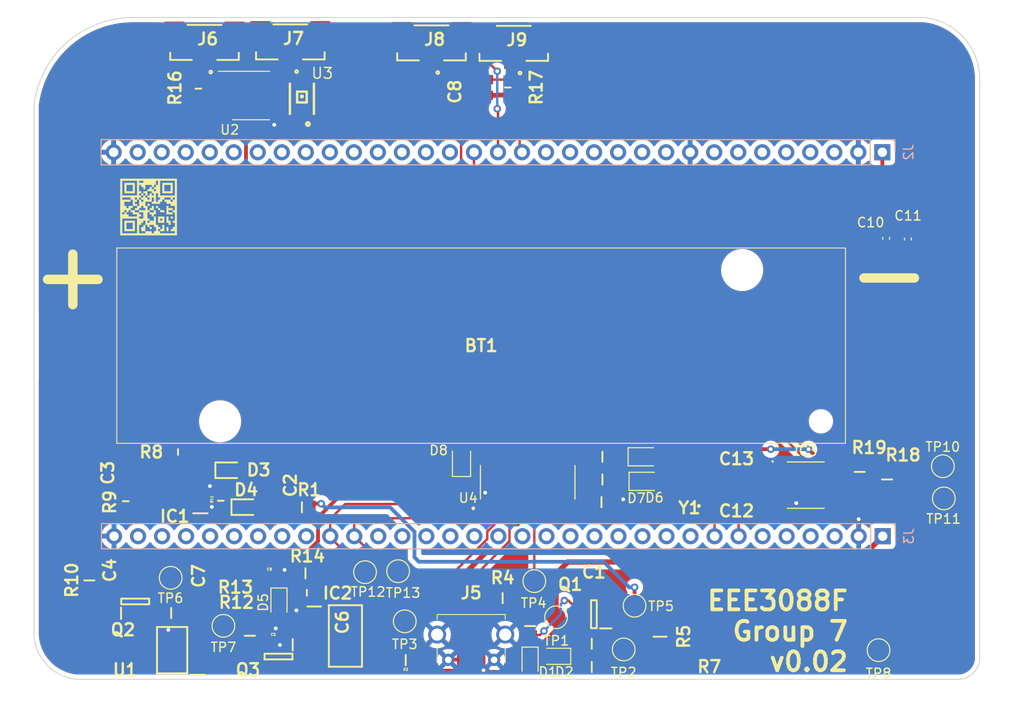
<source format=kicad_pcb>
(kicad_pcb (version 20211014) (generator pcbnew)
  (title_block (date "2022-03-20") (rev "v0.02"))
  (layers (0 "F.Cu" signal) (31 "B.Cu" signal) (34 "B.Paste" user) (35 "F.Paste" user) (36 "B.SilkS" user "B.Silkscreen") (37 "F.SilkS" user "F.Silkscreen") (38 "B.Mask" user) (39 "F.Mask" user) (44 "Edge.Cuts" user))
  (net 0 "")
  (net 1 "+3V0")
  (net 2 "GND")
  (net 3 "/VBAT")
  (net 4 "/PC13")
  (net 5 "/PC14")
  (net 6 "/PC15")
  (net 7 "/PF0")
  (net 8 "/PF1")
  (net 9 "/NRST")
  (net 10 "/PC0")
  (net 11 "/PC1")
  (net 12 "/PC2")
  (net 13 "/PC3")
  (net 14 "/PA0")
  (net 15 "/PA1")
  (net 16 "/PA2")
  (net 17 "/PA3")
  (net 18 "/PF4")
  (net 19 "/PF5")
  (net 20 "/PA4")
  (net 21 "/PA5")
  (net 22 "/PA6")
  (net 23 "/PA7")
  (net 24 "/PC4")
  (net 25 "/PC5")
  (net 26 "/PB0")
  (net 27 "/PB1")
  (net 28 "/PB2")
  (net 29 "/PB10")
  (net 30 "/PB11")
  (net 31 "/PB12")
  (net 32 "+5V")
  (net 33 "/PB9")
  (net 34 "/PB8")
  (net 35 "VDD")
  (net 36 "/BOOT")
  (net 37 "/PB7")
  (net 38 "/PB6")
  (net 39 "/PB5")
  (net 40 "/PB4")
  (net 41 "/PB3")
  (net 42 "/PD2")
  (net 43 "/PC12")
  (net 44 "/PC11")
  (net 45 "/PC10")
  (net 46 "/PA15")
  (net 47 "/PA14")
  (net 48 "/PF7")
  (net 49 "/PF6")
  (net 50 "/PA13")
  (net 51 "/PA12")
  (net 52 "/PA11")
  (net 53 "/PA10")
  (net 54 "/PA9")
  (net 55 "/PA8")
  (net 56 "/PC9")
  (net 57 "/PC8")
  (net 58 "/PC7")
  (net 59 "/PC6")
  (net 60 "/PB15")
  (net 61 "/PB14")
  (net 62 "/PB13")
  (net 63 "/Power/USBDETECT")
  (net 64 "/Power/USB (D+)")
  (net 65 "/Power/USB (D-)")
  (net 66 "/Power/VPolarity")
  (net 67 "/Power/BATOUT")
  (net 68 "/Power/UVLO_OUT")
  (net 69 "Net-(IC1-Pad2)")
  (net 70 "Net-(C2-Pad1)")
  (net 71 "/Power/BAT +")
  (net 72 "Net-(IC1-Pad6)")
  (net 73 "Net-(IC1-Pad7)")
  (net 75 "Net-(D4-Pad1)")
  (net 78 "Net-(J6-Pad2)")
  (net 79 "Net-(J8-Pad2)")
  (net 83 "Net-(C8-Pad1)")
  (net 84 "Net-(J7-Pad1)")
  (net 85 "Net-(D1-Pad2)")
  (net 86 "Net-(J5-Pad2)")
  (net 87 "Net-(J5-Pad3)")
  (net 89 "/Power/VRegulated")
  (net 90 "Net-(C7-Pad1)")
  (net 91 "Net-(D6-Pad1)")
  (net 92 "Net-(D7-Pad1)")
  (net 93 "Net-(D3-Pad1)")
  (net 94 "Net-(C5-Pad1)")
  (net 95 "Net-(D2-Pad1)")
  (net 96 "Net-(Q1-Pad1)")
  (net 97 "Net-(C1-Pad1)")
  (net 98 "Net-(C4-Pad1)")
  (net 99 "Net-(IC2-Pad1)")
  (net 101 "Net-(U4-Pad7)")
  (net 102 "Net-(C13-Pad2)")
  (net 103 "Net-(U4-Pad8)")
  (net 104 "Net-(C12-Pad2)")
  (footprint "1uF_0804:CAPC1608X90N" (layer "F.Cu") (at 115 134.225)
    (fp_text reference "C5")
    (fp_text value "1u" hide)
  )
  (footprint "100_ohm:RESC3116X65N" (layer "F.Cu") (at 155.9 135.325 -90)
    (fp_text reference "R5")
    (fp_text value "100Ω" hide)
  )
  (footprint "Green_LED:LEDC1608X50N" (layer "F.Cu") (at 110.425 117.725)
    (fp_text reference "D3")
    (fp_text value "Green LED" hide)
  )
  (footprint "1k:RESC1608X55N" (layer "F.Cu") (at 104.925 115.8 180)
    (fp_text reference "R8")
    (fp_text value "1kΩ" hide)
  )
  (footprint "Diode_SMD:D_SOD-323" (layer "F.Cu") (at 142.15 137.925 -90)
    (fp_text reference "D1")
    (fp_text value "1N5819WS" hide)
  )
  (footprint "10uF_0804:CAPC2012X145N" (layer "F.Cu") (at 114.95 120.825 90)
    (fp_text reference "C2")
    (fp_text value "10uF" hide)
  )
  (footprint "1uF_0804:CAPC1608X90N" (layer "F.Cu") (at 117.45 133.775 90)
    (fp_text reference "C6")
    (fp_text value "1u" hide)
  )
  (footprint "bat_holder:KEYSTONE-1042" (layer "F.Cu") (at 136.975 104.55)
    (fp_text reference "BT1")
    (fp_text value "18650 Battery" hide)
  )
  (footprint "TestPoint:TestPoint_Pad_D2.0mm" (layer "F.Cu") (at 152.05 136.675 90)
    (fp_text reference "TP2")
    (fp_text value "TestPoint" hide)
  )
  (footprint "TP4506:SOIC127P600X175-9N" (layer "F.Cu") (at 104.575 119.675 180)
    (fp_text reference "IC1")
    (fp_text value "TP4056-42-ESOP8" hide)
  )
  (footprint "3088_aux_fps:qr_code" (layer "F.Cu") (at 101.81 89.89)
    (fp_text reference "G***" hide)
    (fp_text value "LOGO" hide)
  )
  (footprint "Diode_SMD:D_SOD-323" (layer "F.Cu") (at 144.95 137.4 180)
    (fp_text reference "D2")
    (fp_text value "1N5819WS" hide)
  )
  (footprint "LMS393DRG:SOIC127P600X175-8N" (layer "F.Cu") (at 104.3 136.75 180)
    (fp_text reference "U1")
    (fp_text value "LM393" hide)
  )
  (footprint "MICROXNJ:MICROXNJ" (layer "F.Cu") (at 135.925 132.975)
    (fp_text reference "J5")
    (fp_text value "MICROXNJ" hide)
  )
  (footprint "3088_uC:SOIC127P600X180-16N" (layer "F.Cu") (at 141.9 119 90)
    (fp_text reference "U4")
    (fp_text value "CH340G" hide)
  )
  (footprint "1uF_0804:CAPC1608X90N" (layer "F.Cu") (at 107.025 132.125 90)
    (fp_text reference "C7")
    (fp_text value "1u" hide)
  )
  (footprint "4k7:RESC2013X65N" (layer "F.Cu") (at 148.675 138.525 180)
    (fp_text reference "R7")
    (fp_text value "4.7k" hide)
  )
  (footprint "4k7:RESC2013X65N" (layer "F.Cu") (at 177 117.9 90)
    (fp_text reference "R19")
    (fp_text value "4.7k" hide)
  )
  (footprint "LED_SMD:LED_0805_2012Metric" (layer "F.Cu") (at 154.2 116.3)
    (fp_text reference "D7")
    (fp_text value "LED" hide)
  )
  (footprint "AO3401A:SOT95P280X125-3N" (layer "F.Cu") (at 115.55 137.425 -90)
    (fp_text reference "Q3")
    (fp_text value "AO3401A" hide)
  )
  (footprint "LED_SMD:LED_0805_2012Metric" (layer "F.Cu") (at 154.3 118.9)
    (fp_text reference "D6")
    (fp_text value "LED" hide)
  )
  (footprint "0R:RESC2013X65N" (layer "F.Cu") (at 118.025 121.65)
    (fp_text reference "R1")
    (fp_text value "0R" hide)
  )
  (footprint "Capacitor_SMD:C_0402_1005Metric" (layer "F.Cu") (at 179.8 93.2 90)
    (fp_text reference "C10")
    (fp_text value "100n")
  )
  (footprint "TestPoint:TestPoint_Pad_D2.0mm" (layer "F.Cu") (at 124.7 128.5)
    (fp_text reference "TP12")
    (fp_text value "TestPoint" hide)
  )
  (footprint "3088_uC:YSX321SL" (layer "F.Cu") (at 159 118.8 90)
    (fp_text reference "Y1")
    (fp_text value "YSX321SL" hide)
  )
  (footprint "AO3401A:SOT95P280X125-3N" (layer "F.Cu") (at 100.4 131.6 90)
    (fp_text reference "Q2")
    (fp_text value "AO3401A" hide)
  )
  (footprint "4k7:RESC2013X65N" (layer "F.Cu") (at 148.675 136.075)
    (fp_text reference "R6" hide)
    (fp_text value "4.7k" hide)
  )
  (footprint "1uF_0804:CAPC1608X90N" (layer "F.Cu") (at 97.6 131.05 -90)
    (fp_text reference "C4")
    (fp_text value "1u" hide)
  )
  (footprint "3088_uC:SOIC127P600X175-8N" (layer "F.Cu") (at 171.3 119.3)
    (fp_text reference "IC3")
    (fp_text value "AT24C256C-SSHL-T" hide)
  )
  (footprint "4k7:RESC2013X65N" (layer "F.Cu") (at 149.8 118.7)
    (fp_text reference "R20" hide)
    (fp_text value "1.5k" hide)
  )
  (footprint "LED_SMD:LED_0805_2012Metric" (layer "F.Cu") (at 134.9 116.7 90)
    (fp_text reference "D8")
    (fp_text value "LED")
  )
  (footprint "0R:RESC2013X65N" (layer "F.Cu") (at 142.15 134.2 90)
    (fp_text reference "R2" hide)
    (fp_text value "0R" hide)
  )
  (footprint "TestPoint:TestPoint_Pad_D2.0mm" (layer "F.Cu") (at 109.725 134.175)
    (fp_text reference "TP7")
    (fp_text value "TestPoint" hide)
  )
  (footprint "conn_Molex_01_02_vert:53398-0271" (layer "F.Cu") (at 107.725 74.3345 180)
    (fp_text reference "J6")
    (fp_text value "Conn_01x02_Male" hide)
  )
  (footprint "1k:RESC1608X55N" (layer "F.Cu") (at 139.8 77.25 -90)
    (fp_text reference "R17")
    (fp_text value "1k" hide)
  )
  (footprint "0R:RESC2013X65N" (layer "F.Cu") (at 95.55 129.375 90)
    (fp_text reference "R10")
    (fp_text value "0R" hide)
  )
  (footprint "TestPoint:TestPoint_Pad_D2.0mm" (layer "F.Cu") (at 128.2 128.4)
    (fp_text reference "TP13")
    (fp_text value "TestPoint" hide)
  )
  (footprint "22pF_0804:CAPC1608X90N" (layer "F.Cu") (at 164 120.4 180)
    (fp_text reference "C12")
    (fp_text value "22p" hide)
  )
  (footprint "4k7:RESC2013X65N" (layer "F.Cu") (at 149.7 121.1 180)
    (fp_text reference "R22" hide)
    (fp_text value "1.5k" hide)
  )
  (footprint "0R:RESC2013X65N" (layer "F.Cu") (at 104.2 132.825 180)
    (fp_text reference "R15" hide)
    (fp_text value "0R" hide)
  )
  (footprint "1k:RESC1608X55N" (layer "F.Cu") (at 107.075 77.375 -90)
    (fp_text reference "R16")
    (fp_text value "1k" hide)
  )
  (footprint "TestPoint:TestPoint_Pad_D2.0mm" (layer "F.Cu") (at 142.6 129.45)
    (fp_text reference "TP4")
    (fp_text value "TestPoint" hide)
  )
  (footprint "TestPoint:TestPoint_Pad_D2.0mm" (layer "F.Cu") (at 179 136.75)
    (fp_text reference "TP8")
    (fp_text value "TestPoint" hide)
  )
  (footprint "Red_LED:LEDC1608X70N" (layer "F.Cu") (at 112.125 121.625)
    (fp_text reference "D4")
    (fp_text value "Red LED" hide)
  )
  (footprint "TestPoint:TestPoint_Pad_D2.0mm" (layer "F.Cu") (at 185.9 120.7)
    (fp_text reference "TP11")
    (fp_text value "TestPoint" hide)
  )
  (footprint "3k3:RESC1608X55N" (layer "F.Cu") (at 118.55 130.675 180)
    (fp_text reference "R13")
    (fp_text value "3.3k" hide)
  )
  (footprint "4k7:RESC2013X65N" (layer "F.Cu") (at 149.8 116.3)
    (fp_text reference "R21" hide)
    (fp_text value "1.5k" hide)
  )
  (footprint "22pF_0804:CAPC1608X90N" (layer "F.Cu") (at 164 118.2 180)
    (fp_text reference "C13")
    (fp_text value "22p" hide)
  )
  (footprint "10uF_0804:CAPC2012X145N" (layer "F.Cu") (at 137.5 77.25 -90)
    (fp_text reference "C8")
    (fp_text value "10uF" hide)
  )
  (footprint "1uF_0804:CAPC1608X90N" (layer "F.Cu") (at 148.86 130.125)
    (fp_text reference "C1")
    (fp_text value "1u" hide)
  )
  (footprint "Package_SO:SOIC-8_3.9x4.9mm_P1.27mm" (layer "F.Cu") (at 112.65 78.1)
    (fp_text reference "U2")
    (fp_text value "DS18B20Z" hide)
  )
  (footprint "TestPoint:TestPoint_Pad_D2.0mm" (layer "F.Cu") (at 144.9 133.275 90)
    (fp_text reference "TP1")
    (fp_text value "TestPoint" hide)
  )
  (footprint "AO3401A:SOT95P280X125-3N" (layer "F.Cu") (at 148.9 132.95 180)
    (fp_text reference "Q1")
    (fp_text value "AO3401A" hide)
  )
  (footprint "TestPoint:TestPoint_Pad_D2.0mm" (layer "F.Cu") (at 153.2 132.05)
    (fp_text reference "TP5")
    (fp_text value "TestPoint" hide)
  )
  (footprint "Diode_SMD:D_SOD-323" (layer "F.Cu") (at 115.6 131.675 -90)
    (fp_text reference "D5")
    (fp_text value "1N5819WS" hide)
  )
  (footprint "ALS_Light:LED-SMD_1206-4P-L3.2-W1.5-TR" (layer "F.Cu") (at 118.025 78.45 -90)
    (fp_text reference "U3")
    (fp_text value "ALS-PDIC15-21B/TR8" hide)
  )
  (footprint "47nF_0804:CAPC1608X90N" (layer "F.Cu") (at 114.65 127.3)
    (fp_text reference "C9")
    (fp_text value "47n" hide)
  )
  (footprint "10uF_0804:CAPC2012X145N" (layer "F.Cu") (at 99.25 117.75 -90)
    (fp_text reference "C3")
    (fp_text value "10uF" hide)
  )
  (footprint "0R:RESC2013X65N" (layer "F.Cu") (at 112.525 135.225 -90)
    (fp_text reference "R12")
    (fp_text value "0R" hide)
  )
  (footprint "4k7:RESC2013X65N" (layer "F.Cu") (at 179.9 118.7 90)
    (fp_text reference "R18")
    (fp_text value "4.7k" hide)
  )
  (footprint "0R:RESC2013X65N" (layer "F.Cu") (at 139.25 131.25 180)
    (fp_text reference "R4")
    (fp_text value "0R" hide)
  )
  (footprint "TestPoint:TestPoint_Pad_D2.0mm" (layer "F.Cu") (at 128.9 133.7)
    (fp_text reference "TP3")
    (fp_text value "TestPoint" hide)
  )
  (footprint "TestPoint:TestPoint_Pad_D2.0mm" (layer "F.Cu") (at 185.8 117.3)
    (fp_text reference "TP10")
    (fp_text value "TestPoint" hide)
  )
  (footprint "conn_Molex_01_02_vert:53398-0271" (layer "F.Cu") (at 116.8 74.2845 180)
    (fp_text reference "J7")
    (fp_text value "Conn_01x02_Male" hide)
  )
  (footprint "1k:RESC1608X55N" (layer "F.Cu") (at 109.45 120.95 -90)
    (fp_text reference "R11")
    (fp_text value "1k2" hide)
  )
  (footprint "conn_Molex_01_02_vert:53398-0271" (layer "F.Cu") (at 131.725 74.3845 180)
    (fp_text reference "J8")
    (fp_text value "Conn_01x02_Male" hide)
  )
  (footprint "4k7:RESC2013X65N" (layer "F.Cu") (at 118.4 128.625)
    (fp_text reference "R14")
    (fp_text value "4.7k" hide)
  )
  (footprint "Capacitor_SMD:C_0402_1005Metric" (layer "F.Cu") (at 182.1 93.28 90)
    (fp_text reference "C11")
    (fp_text value "100n")
  )
  (footprint "0R:RESC2013X65N" (layer "F.Cu") (at 129 137.8)
    (fp_text reference "R3")
    (fp_text value "0R" hide)
  )
  (footprint "AMS1117-3.3V:SOT229P700X180-4N" (layer "F.Cu") (at 122.625 135.25)
    (fp_text reference "IC2")
    (fp_text value "AMS1117-3.3" hide)
  )
  (footprint "1k:RESC1608X55N" (layer "F.Cu") (at 99.4 121 90)
    (fp_text reference "R9")
    (fp_text value "1kΩ" hide)
  )
  (footprint "conn_Molex_01_02_vert:53398-0271" (layer "F.Cu") (at 140.425 74.4345 180)
    (fp_text reference "J9")
    (fp_text value "Conn_01x02_Male" hide)
  )
  (footprint "TestPoint:TestPoint_Pad_D2.0mm" (layer "F.Cu") (at 104.15 129.1)
    (fp_text reference "TP6")
    (fp_text value "TestPoint" hide)
  )
  (footprint "Connector_PinSocket_2.54mm:PinSocket_1x33_P2.54mm_Vertical" (layer "B.Cu") (at 179.4 84.1 90)
    (fp_text reference "J2")
    (fp_text value "Conn_01x33_Female")
  )
  (footprint "Connector_PinSocket_2.54mm:PinSocket_1x33_P2.54mm_Vertical" (layer "B.Cu") (at 179.44 124.7 90)
    (fp_text reference "J3")
    (fp_text value "Conn_01x33_Female")
  )
  (gr_line (start 189.7 76.48) (end 189.7 137.4) (layer "Edge.Cuts") (width 0.1))
  (gr_arc (start 89.7 79.08) (mid 93.145855 72.518549) (end 100.06 69.85) (layer "Edge.Cuts") (width 0.1))
  (gr_line (start 89.7 134.65) (end 89.7 79.08) (layer "Edge.Cuts") (width 0.1))
  (gr_arc (start 189.7 137.4) (mid 189.071981 139.115957) (end 187.39 139.83) (layer "Edge.Cuts") (width 0.1))
  (gr_line (start 100.06 69.85) (end 183.79 69.85) (layer "Edge.Cuts") (width 0.1))
  (gr_arc (start 183.79 69.85) (mid 188.038697 72.011795) (end 189.7 76.48) (layer "Edge.Cuts") (width 0.1))
  (gr_line (start 187.39 139.83) (end 94.91 139.83) (layer "Edge.Cuts") (width 0.1))
  (gr_arc (start 94.91 139.83) (mid 91.15029 138.401397) (end 89.7 134.65) (layer "Edge.Cuts") (width 0.1))
  (gr_text "-" (at 180.125 96.875) (layer "F.SilkS") (effects (font (size 7 7) (thickness 1))))
  (gr_text "+" (at 93.8 97.025) (layer "F.SilkS") (effects (font (size 7 7) (thickness 1))))
  (gr_text "EEE3088F\nGroup 7\nv0.02" (at 175.975 134.75) (layer "F.SilkS") (effects (font (size 2 2) (thickness 0.4)) (justify right)))
  (segment (start 175.905489 115.805489) (end 175.905489 111.305489) (width 0.4) (layer "F.Cu") (net 1))
  (segment (start 121.948054 120.5) (end 119.729511 122.718543) (width 0.4) (layer "F.Cu") (net 1))
  (segment (start 112.1655 74.5345) (end 112.6345 74.5345) (width 0.4) (layer "F.Cu") (net 1))
  (segment (start 179.8 90) (end 179.8 92.72) (width 0.4) (layer "F.Cu") (net 1))
  (segment (start 115.36 127.3) (end 115.36 128.559022) (width 0.4) (layer "F.Cu") (net 1))
  (segment (start 112.1 75.379022) (end 112.110489 75.389511) (width 0.4) (layer "F.Cu") (net 1))
  (segment (start 116.5 133.1) (end 116.5 134.475) (width 0.4) (layer "F.Cu") (net 1))
  (segment (start 177 116.95) (end 177 116.9) (width 0.4) (layer "F.Cu") (net 1))
  (segment (start 116.125 74.5345) (end 116.175 74.4845) (width 0.4) (layer "F.Cu") (net 1))
  (segment (start 151.8375 122.3) (end 148.1 122.3) (width 0.4) (layer "F.Cu") (net 1))
  (segment (start 111.586478 74.5345) (end 108.35 74.5345) (width 0.4) (layer "F.Cu") (net 1))
  (segment (start 129.7 120.5) (end 121.948054 120.5) (width 0.4) (layer "F.Cu") (net 1))
  (segment (start 112.110489 92.972989) (end 112.110489 75.389511) (width 0.4) (layer "F.Cu") (net 1))
  (segment (start 141.265 121.75) (end 141.265 121.625115) (width 0.25) (layer "F.Cu") (net 1))
  (segment (start 115.36 128.559022) (end 117.475978 130.675) (width 0.4) (layer "F.Cu") (net 1))
  (segment (start 117.647076 127.3) (end 115.36 127.3) (width 0.4) (layer "F.Cu") (net 1))
  (segment (start 177 116.9) (end 175.905489 115.805489) (width 0.4) (layer "F.Cu") (net 1))
  (segment (start 134.9 115.7625) (end 134.4375 115.7625) (width 0.4) (layer "F.Cu") (net 1))
  (segment (start 177.58 92.72) (end 179.8 92.72) (width 0.4) (layer "F.Cu") (net 1))
  (segment (start 154.5 115.6625) (end 154.5 114.9) (width 0.4) (layer "F.Cu") (net 1))
  (segment (start 112.110489 75.389511) (end 112.110489 75.058511) (width 0.4) (layer "F.Cu") (net 1))
  (segment (start 116.125 132.725) (end 117.75 131.1) (width 0.4) (layer "F.Cu") (net 1))
  (segment (start 116.51 134.485) (end 117.45 134.485) (width 0.4) (layer "F.Cu") (net 1))
  (segment (start 115.6 132.725) (end 116.125 132.725) (width 0.4) (layer "F.Cu") (net 1))
  (segment (start 155.2375 118.9) (end 151.8375 122.3) (width 0.4) (layer "F.Cu") (net 1))
  (segment (start 118.56 134.485) (end 119.325 135.25) (width 0.4) (layer "F.Cu") (net 1))
  (segment (start 155.1375 118.8) (end 155.2375 118.9) (width 0.4) (layer "F.Cu") (net 1))
  (segment (start 155.1375 116.3) (end 154.5 115.6625) (width 0.4) (layer "F.Cu") (net 1))
  (segment (start 108.35 74.5345) (end 112.1655 74.5345) (width 0.4) (layer "F.Cu") (net 1))
  (segment (start 141.2 120.4) (end 141.2 121.685) (width 0.4) (layer "F.Cu") (net 1))
  (segment (start 178.55 117.75) (end 179.9 117.75) (width 0.4) (layer "F.Cu") (net 1))
  (segment (start 134.9 115.7625) (end 136.2625 115.7625) (width 0.4) (layer "F.Cu") (net 1))
  (segment (start 177 116.95) (end 177.75 116.95) (width 0.4) (layer "F.Cu") (net 1))
  (segment (start 112.6345 74.5345) (end 116.125 74.5345) (width 0.4) (layer "F.Cu") (net 1))
  (segment (start 155.9375 115.5) (end 155.1375 116.3) (width 0.4) (layer "F.Cu") (net 1))
  (segment (start 175.905489 111.305489) (end 174.1 109.5) (width 0.4) (layer "F.Cu") (net 1))
  (segment (start 112.110489 75.058511) (end 111.586478 74.5345) (width 0.4) (layer "F.Cu") (net 1))
  (segment (start 119.729511 122.718543) (end 119.729511 125.217565) (width 0.4) (layer "F.Cu") (net 1))
  (segment (start 179.4 89.6) (end 179.8 90) (width 0.4) (layer "F.Cu") (net 1))
  (segment (start 175.905489 115.805489) (end 174.494511 115.805489) (width 0.4) (layer "F.Cu") (net 1))
  (segment (start 154.3 114.7) (end 137.9 114.7) (width 0.4) (layer "F.Cu") (net 1))
  (segment (start 155.1375 116.3) (end 155.1375 118.8) (width 0.4) (layer "F.Cu") (net 1))
  (segment (start 137.455 115.145) (end 137.455 116.25) (width 0.4) (layer "F.Cu") (net 1))
  (segment (start 134.4375 115.7625) (end 129.7 120.5) (width 0.4) (layer "F.Cu") (net 1))
  (segment (start 182.1 92.8) (end 179.88 92.8) (width 0.4) (layer "F.Cu") (net 1))
  (segment (start 179.4 84.1) (end 179.4 89.6) (width 0.4) (layer "F.Cu") (net 1))
  (segment (start 173.495 117.395) (end 171.6 115.5) (width 0.4) (layer "F.Cu") (net 1))
  (segment (start 141.2 121.685) (end 141.265 121.75) (width 0.4) (layer "F.Cu") (net 1))
  (segment (start 117.475978 130.675) (end 117.75 130.675) (width 0.4) (layer "F.Cu") (net 1))
  (segment (start 147.3 121.5) (end 147.3 121.1) (width 0.4) (layer "F.Cu") (net 1))
  (segment (start 119.729511 125.217565) (end 117.647076 127.3) (width 0.4) (layer "F.Cu") (net 1))
  (segment (start 134.9 115.7625) (end 112.110489 92.972989) (width 0.4) (layer "F.Cu") (net 1))
  (segment (start 174.1 109.5) (end 174.1 96.2) (width 0.4) (layer "F.Cu") (net 1))
  (segment (start 147.3 121.1) (end 146.6 120.4) (width 0.4) (layer "F.Cu") (net 1))
  (segment (start 177.75 116.95) (end 178.55 117.75) (width 0.4) (layer "F.Cu") (net 1))
  (segment (start 174 116.3) (end 174 117.395) (width 0.4) (layer "F.Cu") (net 1))
  (segment (start 136.75 116.25) (end 137.455 116.25) (width 0.4) (layer "F.Cu") (net 1))
  (segment (start 136.2625 115.7625) (end 136.75 116.25) (width 0.4) (layer "F.Cu") (net 1))
  (segment (start 137.9 114.7) (end 137.455 115.145) (width 0.4) (layer "F.Cu") (net 1))
  (segment (start 154.5 114.9) (end 154.3 114.7) (width 0.4) (layer "F.Cu") (net 1))
  (segment (start 174 117.395) (end 173.495 117.395) (width 0.4) (layer "F.Cu") (net 1))
  (segment (start 146.6 120.4) (end 141.2 120.4) (width 0.4) (layer "F.Cu") (net 1))
  (segment (start 117.45 134.485) (end 118.56 134.485) (width 0.4) (layer "F.Cu") (net 1))
  (segment (start 116.125 132.725) (end 116.5 133.1) (width 0.4) (layer "F.Cu") (net 1))
  (segment (start 174.1 96.2) (end 177.58 92.72) (width 0.4) (layer "F.Cu") (net 1))
  (segment (start 174.494511 115.805489) (end 174 116.3) (width 0.4) (layer "F.Cu") (net 1))
  (segment (start 116.5 134.475) (end 116.51 134.485) (width 0.4) (layer "F.Cu") (net 1))
  (segment (start 148.1 122.3) (end 147.3 121.5) (width 0.4) (layer "F.Cu") (net 1))
  (segment (start 167.6 115.5) (end 155.9375 115.5) (width 0.4) (layer "F.Cu") (net 1))
  (segment (start 117.75 131.1) (end 117.75 130.675) (width 0.4) (layer "F.Cu") (net 1))
  (via (at 171.6 115.5) (size 0.8) (drill 0.4) (layers "F.Cu" "B.Cu") (net 1))
  (via (at 167.6 115.5) (size 0.8) (drill 0.4) (layers "F.Cu" "B.Cu") (net 1))
  (segment (start 171.6 115.5) (end 167.6 115.5) (width 0.4) (layer "B.Cu") (net 1))
  (segment (start 116.5 136.175) (end 115.725 136.175) (width 0.25) (layer "F.Cu") (net 2))
  (segment (start 117.088747 128.263747) (end 117.45 128.625) (width 0.25) (layer "F.Cu") (net 2))
  (segment (start 135.829022 78.08) (end 137.5 78.08) (width 0.25) (layer "F.Cu") (net 2))
  (segment (start 154.1 134.7) (end 155.9 136.5) (width 0.25) (layer "F.Cu") (net 2))
  (segment (start 115.125 80.005) (end 115.125 81.175) (width 0.25) (layer "F.Cu") (net 2))
  (segment (start 137.4 121.695) (end 137.455 121.75) (width 0.25) (layer "F.Cu") (net 2))
  (segment (start 134.854511 79.054511) (end 135.829022 78.08) (width 0.25) (layer "F.Cu") (net 2))
  (segment (start 114 127.36) (end 113.94 127.3) (width 0.25) (layer "F.Cu") (net 2))
  (segment (start 115.125 81.175) (end 115.1 81.2) (width 0.25) (layer "F.Cu") (net 2))
  (segment (start 150.5 135.2) (end 150.5 134.9) (width 0.25) (layer "F.Cu") (net 2))
  (segment (start 117.440332 133.055332) (end 117.45 133.065) (width 0.25) (layer "F.Cu") (net 2))
  (segment (start 170.295 121.205) (end 170.3 121.2) (width 0.25) (layer "F.Cu") (net 2))
  (segment (start 108.5 121.6) (end 107.307 121.6) (width 0.25) (layer "F.Cu") (net 2))
  (segment (start 155.9 136.5) (end 155.9 136.775) (width 0.25) (layer "F.Cu") (net 2))
  (segment (start 134.625 137.75) (end 133.525 137.75) (width 0.25) (layer "F.Cu") (net 2))
  (segment (start 107.944902 119.04) (end 107.287 119.04) (width 0.25) (layer "F.Cu") (net 2))
  (segment (start 133.525 137.75) (end 133.5 137.775) (width 0.25) (layer "F.Cu") (net 2))
  (segment (start 98.92 118.58) (end 98 119.5) (width 0.25) (layer "F.Cu") (net 2))
  (segment (start 109.3 121.6) (end 109.45 121.75) (width 0.25) (layer "F.Cu") (net 2))
  (segment (start 149.625 136.075) (end 150.5 135.2) (width 0.25) (layer "F.Cu") (net 2))
  (segment (start 168.6 121.205) (end 170.295 121.205) (width 0.25) (layer "F.Cu") (net 2))
  (segment (start 107.944902 119.04) (end 108.302451 119.397549) (width 0.25) (layer "F.Cu") (net 2))
  (segment (start 137.5 78.08) (end 137.53 78.05) (width 0.25) (layer "F.Cu") (net 2))
  (segment (start 107.307 121.6) (end 107.287 121.58) (width 0.25) (layer "F.Cu") (net 2))
  (segment (start 150.5 134.9) (end 150.7 134.7) (width 0.25) (layer "F.Cu") (net 2))
  (segment (start 114 128.6) (end 114 127.36) (width 0.25) (layer "F.Cu") (net 2))
  (segment (start 99.25 118.58) (end 98.92 118.58) (width 0.25) (layer "F.Cu") (net 2))
  (segment (start 149.595 130.1) (end 149.57 130.125) (width 0.25) (layer "F.Cu") (net 2))
  (segment (start 134.854511 85.845489) (end 134.854511 79.054511) (width 0.25) (layer "F.Cu") (net 2))
  (segment (start 117.440332 132.540332) (end 117.440332 133.055332) (width 0.25) (layer "F.Cu") (net 2))
  (segment (start 137.4 120.1) (end 137.4 121.695) (width 0.25) (layer "F.Cu") (net 2))
  (segment (start 115.4845 134.4505) (end 115.71 134.225) (width 0.25) (layer "F.Cu") (net 2))
  (segment (start 115.254502 134.4505) (end 115.4845 134.4505) (width 0.25) (layer "F.Cu") (net 2))
  (segment (start 116.19539 128.263747) (end 117.088747 128.263747) (width 0.25) (layer "F.Cu") (net 2))
  (segment (start 151.7 121.1) (end 152 120.8) (width 0.25) (layer "F.Cu") (net 2))
  (segment (start 150.7 134.7) (end 154.1 134.7) (width 0.25) (layer "F.Cu") (net 2))
  (segment (start 108.5 121.6) (end 109.3 121.6) (width 0.25) (layer "F.Cu") (net 2))
  (segment (start 176.9 122.9) (end 176.9 124.7) (width 0.25) (layer "F.Cu") (net 2))
  (segment (start 115.725 136.175) (end 115.7 136.2) (width 0.25) (layer "F.Cu") (net 2))
  (segment (start 137.53 78.05) (end 139.8 78.05) (width 0.25) (layer "F.Cu") (net 2))
  (segment (start 150.65 121.1) (end 151.7 121.1) (width 0.25) (layer "F.Cu") (net 2))
  (via (at 103.9 134.6) (size 0.8) (drill 0.4) (layers "F.Cu" "B.Cu") (net 2))
  (via (at 115.1 81.2) (size 0.8) (drill 0.4) (layers "F.Cu" "B.Cu") (net 2))
  (via (at 117.440332 132.540332) (size 0.8) (drill 0.4) (layers "F.Cu" "B.Cu") (net 2))
  (via (at 152 120.8) (size 0.8) (drill 0.4) (layers "F.Cu" "B.Cu") (net 2))
  (via (at 115.7 136.2) (size 0.8) (drill 0.4) (layers "F.Cu" "B.Cu") (net 2))
  (via (at 115.254502 134.4505) (size 0.8) (drill 0.4) (layers "F.Cu" "B.Cu") (net 2))
  (via (at 108.302451 119.397549) (size 0.8) (drill 0.4) (layers "F.Cu" "B.Cu") (net 2))
  (via (at 116.19539 128.263747) (size 0.8) (drill 0.4) (layers "F.Cu" "B.Cu") (net 2))
  (via (at 170.3 121.2) (size 0.8) (drill 0.4) (layers "F.Cu" "B.Cu") (net 2))
  (via (at 137.4 120.1) (size 0.8) (drill 0.4) (layers "F.Cu" "B.Cu") (net 2))
  (via (at 108.5 121.6) (size 0.8) (drill 0.4) (layers "F.Cu" "B.Cu") (net 2))
  (via (at 176.9 122.9) (size 0.8) (drill 0.4) (layers "F.Cu" "B.Cu") (net 2))
  (segment (start 117.440332 132.540332) (end 117.45 132.530664) (width 0.25) (layer "B.Cu") (net 2))
  (segment (start 137.4 120) (end 137.4 120.1) (width 0.25) (layer "B.Cu") (net 2))
  (segment (start 151.1 119.9) (end 137.5 119.9) (width 0.25) (layer "B.Cu") (net 2))
  (segment (start 137.5 119.9) (end 137.4 120) (width 0.25) (layer "B.Cu") (net 2))
  (segment (start 152 120.8) (end 151.1 119.9) (width 0.25) (layer "B.Cu") (net 2))
  (segment (start 115.254502 134.4505) (end 115.530164 134.4505) (width 0.25) (layer "B.Cu") (net 2))
  (segment (start 141.05 74.6345) (end 141.05 83.85) (width 0.25) (layer "F.Cu") (net 15))
  (segment (start 141.05 83.85) (end 141.3 84.1) (width 0.25) (layer "F.Cu") (net 15))
  (segment (start 138.676673 75.529628) (end 137.731545 74.5845) (width 0.25) (layer "F.Cu") (net 16))
  (segment (start 137.731545 74.5845) (end 132.35 74.5845) (width 0.25) (layer "F.Cu") (net 16))
  (segment (start 138.676673 75.529628) (end 138.679628 75.529628) (width 0.25) (layer "F.Cu") (net 16))
  (segment (start 138.68 79.5) (end 138.76 79.58) (width 0.25) (layer "F.Cu") (net 16))
  (segment (start 138.76 79.58) (end 138.76 84.1) (width 0.25) (layer "F.Cu") (net 16))
  (segment (start 138.679628 75.529628) (end 138.68 75.53) (width 0.25) (layer "F.Cu") (net 16))
  (via (at 138.68 79.5) (size 0.8) (drill 0.4) (layers "F.Cu" "B.Cu") (net 16))
  (via (at 138.68 75.53) (size 0.8) (drill 0.4) (layers "F.Cu" "B.Cu") (net 16))
  (segment (start 138.68 75.53) (end 138.68 79.5) (width 0.25) (layer "B.Cu") (net 16))
  (segment (start 168.4 113.7) (end 137.6 113.7) (width 0.25) (layer "F.Cu") (net 17))
  (segment (start 174 118.665) (end 173.365 118.665) (width 0.25) (layer "F.Cu") (net 17))
  (segment (start 173.365 118.665) (end 168.4 113.7) (width 0.25) (layer "F.Cu") (net 17))
  (segment (start 137.6 113.7) (end 136.22 112.32) (width 0.25) (layer "F.Cu") (net 17))
  (segment (start 136.22 112.32) (end 136.22 84.1) (width 0.25) (layer "F.Cu") (net 17))
  (segment (start 144.9 133.275) (end 144.9 134.689213) (width 0.6) (layer "F.Cu") (net 32))
  (segment (start 143.439702 136.149511) (end 142.875489 136.149511) (width 0.56) (layer "F.Cu") (net 32))
  (segment (start 144.9 134.689213) (end 143.439702 136.149511) (width 0.56) (layer "F.Cu") (net 32))
  (segment (start 142.15 133.25) (end 144.875 133.25) (width 0.56) (layer "F.Cu") (net 32))
  (segment (start 144.9 128.675) (end 146.15 127.425) (width 0.56) (layer "F.Cu") (net 32))
  (segment (start 176.715 127.425) (end 179.44 124.7) (width 0.56) (layer "F.Cu") (net 32))
  (segment (start 146.15 127.425) (end 176.715 127.425) (width 0.56) (layer "F.Cu") (net 32))
  (segment (start 144.9 133.275) (end 144.9 128.675) (width 0.56) (layer "F.Cu") (net 32))
  (segment (start 142.875489 136.149511) (end 142.15 136.875) (width 0.56) (layer "F.Cu") (net 32))
  (segment (start 144.875 133.25) (end 144.9 133.275) (width 0.6) (layer "F.Cu") (net 32))
  (segment (start 179.9 119.65) (end 184.85 119.65) (width 0.25) (layer "F.Cu") (net 37))
  (segment (start 164.5 123.1) (end 172.5 123.1) (width 0.25) (layer "F.Cu") (net 37))
  (segment (start 178.345 121.205) (end 179.9 119.65) (width 0.25) (layer "F.Cu") (net 37))
  (segment (start 164.2 124.7) (end 164.2 123.4) (width 0.25) (layer "F.Cu") (net 37))
  (segment (start 184.85 119.65) (end 185.9 120.7) (width 0.25) (layer "F.Cu") (net 37))
  (segment (start 172.5 123.1) (end 174 121.6) (width 0.25) (layer "F.Cu") (net 37))
  (segment (start 174 121.6) (end 174 121.205) (width 0.25) (layer "F.Cu") (net 37))
  (segment (start 164.2 123.4) (end 164.5 123.1) (width 0.25) (layer "F.Cu") (net 37))
  (segment (start 174 121.205) (end 178.345 121.205) (width 0.25) (layer "F.Cu") (net 37))
  (segment (start 177.024511 118.825489) (end 184.274511 118.825489) (width 0.25) (layer "F.Cu") (net 38))
  (segment (start 162.4 122.4) (end 161.66 123.14) (width 0.25) (layer "F.Cu") (net 38))
  (segment (start 171.06 122.4) (end 162.4 122.4) (width 0.25) (layer "F.Cu") (net 38))
  (segment (start 174 119.935) (end 175.915 119.935) (width 0.25) (layer "F.Cu") (net 38))
  (segment (start 174 119.935) (end 173.525 119.935) (width 0.25) (layer "F.Cu") (net 38))
  (segment (start 177 118.85) (end 177.024511 118.825489) (width 0.25) (layer "F.Cu") (net 38))
  (segment (start 175.915 119.935) (end 177 118.85) (width 0.25) (layer "F.Cu") (net 38))
  (segment (start 161.66 123.14) (end 161.66 124.7) (width 0.25) (layer "F.Cu") (net 38))
  (segment (start 184.274511 118.825489) (end 185.8 117.3) (width 0.25) (layer "F.Cu") (net 38))
  (segment (start 173.525 119.935) (end 171.06 122.4) (width 0.25) (layer "F.Cu") (net 38))
  (segment (start 138.725 121.75) (end 138.725 121.874885) (width 0.25) (layer "F.Cu") (net 53))
  (segment (start 146.55 118.6) (end 139.9 118.6) (width 0.25) (layer "F.Cu") (net 53))
  (segment (start 148.85 116.3) (end 146.55 118.6) (width 0.25) (layer "F.Cu") (net 53))
  (segment (start 123.56 122.84) (end 123.56 124.7) (width 0.25) (layer "F.Cu") (net 53))
  (segment (start 137.799885 122.8) (end 123.6 122.8) (width 0.25) (layer "F.Cu") (net 53))
  (segment (start 138.725 119.775) (end 138.725 121.75) (width 0.25) (layer "F.Cu") (net 53))
  (segment (start 123.6 122.8) (end 123.56 122.84) (width 0.25) (layer "F.Cu") (net 53))
  (segment (start 138.725 121.874885) (end 137.799885 122.8) (width 0.25) (layer "F.Cu") (net 53))
  (segment (start 139.9 118.6) (end 138.725 119.775) (width 0.25) (layer "F.Cu") (net 53))
  (segment (start 127.26 128.4) (end 123.56 124.7) (width 0.25) (layer "F.Cu") (net 53))
  (segment (start 128.2 128.4) (end 127.26 128.4) (width 0.25) (layer "F.Cu") (net 53))
  (segment (start 146.9 119.7) (end 148.3 121.1) (width 0.25) (layer "F.Cu") (net 54))
  (segment (start 121.02 124.7) (end 121.02 122.88) (width 0.25) (layer "F.Cu") (net 54))
  (segment (start 138.63899 123.2) (end 137.625489 124.213501) (width 0.25) (layer "F.Cu") (net 54))
  (segment (start 139.5 122.245) (end 139.5 123.2) (width 0.25) (layer "F.Cu") (net 54))
  (segment (start 121.02 124.7) (end 121.02 124.82) (width 0.25) (layer "F.Cu") (net 54))
  (segment (start 148.85 118.7) (end 147.9 118.7) (width 0.25) (layer "F.Cu") (net 54))
  (segment (start 122.6 121.3) (end 131.2375 121.3) (width 0.25) (layer "F.Cu") (net 54))
  (segment (start 131.2375 121.3) (end 134.9 117.6375) (width 0.25) (layer "F.Cu") (net 54))
  (segment (start 146.9 119.7) (end 140.6 119.7) (width 0.25) (layer "F.Cu") (net 54))
  (segment (start 147.9 118.7) (end 146.9 119.7) (width 0.25) (layer "F.Cu") (net 54))
  (segment (start 137.625489 124.213501) (end 137.625489 124.995521) (width 0.25) (layer "F.Cu") (net 54))
  (segment (start 121.02 122.88) (end 122.6 121.3) (width 0.25) (layer "F.Cu") (net 54))
  (segment (start 148.3 121.1) (end 148.75 121.1) (width 0.25) (layer "F.Cu") (net 54))
  (segment (start 139.995 120.305) (end 139.995 121.75) (width 0.25) (layer "F.Cu") (net 54))
  (segment (start 139.995 121.75) (end 139.5 122.245) (width 0.25) (layer "F.Cu") (net 54))
  (segment (start 140.6 119.7) (end 139.995 120.305) (width 0.25) (layer "F.Cu") (net 54))
  (segment (start 137.625489 124.995521) (end 132.32101 130.3) (width 0.25) (layer "F.Cu") (net 54))
  (segment (start 132.32101 130.3) (end 126.1 130.3) (width 0.25) (layer "F.Cu") (net 54))
  (segment (start 139.5 123.2) (end 138.63899 123.2) (width 0.25) (layer "F.Cu") (net 54))
  (segment (start 126.1 130.3) (end 126.1 129.9) (width 0.25) (layer "F.Cu") (net 54))
  (segment (start 126.1 129.9) (end 124.7 128.5) (width 0.25) (layer "F.Cu") (net 54))
  (segment (start 121.02 124.82) (end 124.7 128.5) (width 0.25) (layer "F.Cu") (net 54))
  (segment (start 152.05 138.4) (end 152.05 136.675) (width 0.25) (layer "F.Cu") (net 63))
  (segment (start 149.625 138.525) (end 151.925 138.525) (width 0.25) (layer "F.Cu") (net 63))
  (segment (start 151.925 138.525) (end 152.05 138.4) (width 0.25) (layer "F.Cu") (net 63))
  (segment (start 128.05 134.55) (end 128.9 133.7) (width 0.25) (layer "F.Cu") (net 64))
  (segment (start 142.535 121.75) (end 142.535 121.874885) (width 0.25) (layer "F.Cu") (net 64))
  (segment (start 128.05 137.8) (end 128.05 134.55) (width 0.25) (layer "F.Cu") (net 64))
  (segment (start 142.535 121.874885) (end 140.884396 123.525489) (width 0.25) (layer "F.Cu") (net 64))
  (segment (start 139.974511 125.225489) (end 131.5 133.7) (width 0.25) (layer "F.Cu") (net 64))
  (segment (start 140.884396 123.525489) (end 140.374511 123.525489) (width 0.25) (layer "F.Cu") (net 64))
  (segment (start 139.974511 123.925489) (end 139.974511 125.225489) (width 0.25) (layer "F.Cu") (net 64))
  (segment (start 131.5 133.7) (end 128.9 133.7) (width 0.25) (layer "F.Cu") (net 64))
  (segment (start 140.374511 123.525489) (end 139.974511 123.925489) (width 0.25) (layer "F.Cu") (net 64))
  (segment (start 142.6 123.079885) (end 142.6 129.45) (width 0.25) (layer "F.Cu") (net 65))
  (segment (start 143.805 121.75) (end 143.805 121.874885) (width 0.25) (layer "F.Cu") (net 65))
  (segment (start 142.6 131.025) (end 142.6 129.45) (width 0.25) (layer "F.Cu") (net 65))
  (segment (start 140.2 131.25) (end 142.375 131.25) (width 0.25) (layer "F.Cu") (net 65))
  (segment (start 142.375 131.25) (end 142.6 131.025) (width 0.25) (layer "F.Cu") (net 65))
  (segment (start 143.805 121.874885) (end 142.6 123.079885) (width 0.25) (layer "F.Cu") (net 65))
  (segment (start 150.15 132) (end 150.2 132.05) (width 0.4) (layer "F.Cu") (net 66))
  (segment (start 120.058695 121.258695) (end 119.366305 121.258695) (width 0.4) (layer "F.Cu") (net 66))
  (segment (start 119.366305 121.258695) (end 118.975 121.65) (width 0.4) (layer "F.Cu") (net 66))
  (segment (start 153.2 132.05) (end 153.2 130.1) (width 0.4) (layer "F.Cu") (net 66))
  (segment (start 153.2 132.05) (end 150.2 132.05) (width 0.4) (layer "F.Cu") (net 66))
  (via (at 153.2 130.1) (size 0.8) (drill 0.4) (layers "F.Cu" "B.Cu") (net 66))
  (via (at 120.058695 121.258695) (size 0.8) (drill 0.4) (layers "F.Cu" "B.Cu") (net 66))
  (segment (start 120.058695 121.258695) (end 120.45 121.65) (width 0.4) (layer "B.Cu") (net 66))
  (segment (start 130.4 127.4) (end 149.93068 127.4) (width 0.4) (layer "B.Cu") (net 66))
  (segment (start 152.63068 130.1) (end 153.2 130.1) (width 0.4) (layer "B.Cu") (net 66))
  (segment (start 120.45 121.65) (end 127.357076 121.65) (width 0.4) (layer "B.Cu") (net 66))
  (segment (start 127.357076 121.65) (end 129.930489 124.223413) (width 0.4) (layer "B.Cu") (net 66))
  (segment (start 149.93068 127.4) (end 152.63068 130.1) (width 0.4) (layer "B.Cu") (net 66))
  (segment (start 129.930489 126.930489) (end 130.4 127.4) (width 0.4) (layer "B.Cu") (net 66))
  (segment (start 129.930489 124.223413) (end 129.930489 126.930489) (width 0.4) (layer "B.Cu") (net 66))
  (segment (start 101.35 132.85) (end 103.225 132.85) (width 0.4) (layer "F.Cu") (net 67))
  (segment (start 103.25 132.825) (end 103.25 130) (width 0.4) (layer "F.Cu") (net 67))
  (segment (start 103.25 130) (end 104.15 129.1) (width 0.4) (layer "F.Cu") (net 67))
  (segment (start 103.225 132.85) (end 103.25 132.825) (width 0.4) (layer "F.Cu") (net 67))
  (segment (start 110.2 136.175) (end 112.525 136.175) (width 0.4) (layer "F.Cu") (net 68))
  (segment (start 112.525 136.175) (end 114.6 136.175) (width 0.4) (layer "F.Cu") (net 68))
  (segment (start 109.725 135.7) (end 110.2 136.175) (width 0.4) (layer "F.Cu") (net 68))
  (segment (start 109.725 134.175) (end 109.725 135.7) (width 0.4) (layer "F.Cu") (net 68))
  (segment (start 107.287 120.31) (end 109.29 120.31) (width 0.25) (layer "F.Cu") (net 69))
  (segment (start 109.29 120.31) (end 109.45 120.15) (width 0.25) (layer "F.Cu") (net 69))
  (segment (start 117.07 121.655) (end 117.075 121.65) (width 0.25) (layer "F.Cu") (net 70))
  (segment (start 105.676522 122.18) (end 106.2 121.656522) (width 0.25) (layer "F.Cu") (net 70))
  (segment (start 101.863 121.58) (end 102.2755 121.58) (width 0.25) (layer "F.Cu") (net 70))
  (segment (start 102.2755 121.58) (end 102.8755 122.18) (width 0.25) (layer "F.Cu") (net 70))
  (segment (start 109.95 118.95) (end 111.175 117.725) (width 0.25) (layer "F.Cu") (net 70))
  (segment (start 106.932 118.125) (end 107.287 117.77) (width 0.25) (layer "F.Cu") (net 70))
  (segment (start 114.95 121.655) (end 117.07 121.655) (width 0.25) (layer "F.Cu") (net 70))
  (segment (start 106.55 118.125) (end 106.932 118.125) (width 0.25) (layer "F.Cu") (net 70))
  (segment (start 112.875 119.875) (end 112.875 121.625) (width 0.25) (layer "F.Cu") (net 70))
  (segment (start 114.92 121.625) (end 114.95 121.655) (width 0.25) (layer "F.Cu") (net 70))
  (segment (start 109.95 118.95) (end 111.95 118.95) (width 0.25) (layer "F.Cu") (net 70))
  (segment (start 107.6995 117.77) (end 108.8795 118.95) (width 0.25) (layer "F.Cu") (net 70))
  (segment (start 102.8755 122.18) (end 105.676522 122.18) (width 0.25) (layer "F.Cu") (net 70))
  (segment (start 108.8795 118.95) (end 109.95 118.95) (width 0.25) (layer "F.Cu") (net 70))
  (segment (start 107.287 117.77) (end 107.6995 117.77) (width 0.25) (layer "F.Cu") (net 70))
  (segment (start 111.95 118.95) (end 112.875 119.875) (width 0.25) (layer "F.Cu") (net 70))
  (segment (start 106.2 118.475) (end 106.55 118.125) (width 0.25) (layer "F.Cu") (net 70))
  (segment (start 112.875 121.625) (end 114.92 121.625) (width 0.25) (layer "F.Cu") (net 70))
  (segment (start 106.2 121.656522) (end 106.2 118.475) (width 0.25) (layer "F.Cu") (net 70))
  (segment (start 99 116.92) (end 95.55 120.37) (width 0.4) (layer "F.Cu") (net 71))
  (segment (start 99.25 116.92) (end 101.013 116.92) (width 0.4) (layer "F.Cu") (net 71))
  (segment (start 93.975 104.55) (end 93.975 111.645) (width 0.4) (layer "F.Cu") (net 71))
  (segment (start 99.25 116.92) (end 99 116.92) (width 0.4) (layer "F.Cu") (net 71))
  (segment (start 95.55 120.37) (end 95.55 128.425) (width 0.4) (layer "F.Cu") (net 71))
  (segment (start 101.013 116.92) (end 101.863 117.77) (width 0.4) (layer "F.Cu") (net 71))
  (segment (start 93.975 111.645) (end 99.25 116.92) (width 0.4) (layer "F.Cu") (net 71))
  (segment (start 102.993989 118.321511) (end 102.993989 116.931011) (width 0.25) (layer "F.Cu") (net 72))
  (segment (start 101.863 119.04) (end 102.2755 119.04) (width 0.25) (layer "F.Cu") (net 72))
  (segment (start 102.993989 116.931011) (end 104.125 115.8) (width 0.25) (layer "F.Cu") (net 72))
  (segment (start 102.2755 119.04) (end 102.993989 118.321511) (width 0.25) (layer "F.Cu") (net 72))
  (segment (start 99.4 120.2) (end 101.753 120.2) (width 0.25) (layer "F.Cu") (net 73))
  (segment (start 101.753 120.2) (end 101.863 120.31) (width 0.25) (layer "F.Cu") (net 73))
  (segment (start 100.075 122.75) (end 110.925 122.75) (width 0.25) (layer "F.Cu") (net 75))
  (segment (start 110.925 122.75) (end 111.375 122.3) (width 0.25) (layer "F.Cu") (net 75))
  (segment (start 99.4 121.8) (end 99.4 122.075) (width 0.25) (layer "F.Cu") (net 75))
  (segment (start 99.4 122.075) (end 100.075 122.75) (width 0.25) (layer "F.Cu") (net 75))
  (segment (start 111.375 122.3) (end 111.375 121.625) (width 0.25) (layer "F.Cu") (net 75))
  (segment (start 107.1 76.55) (end 107.075 76.575) (width 0.4) (layer "F.Cu") (net 78))
  (segment (start 109.235 78.735) (end 110.175 78.735) (width 0.4) (layer "F.Cu") (net 78))
  (segment (start 107.1 74.5345) (end 107.1 76.55) (width 0.4) (layer "F.Cu") (net 78))
  (segment (start 107.075 76.575) (end 109.235 78.735) (width 0.4) (layer "F.Cu") (net 78))
  (segment (start 106.1 73.4) (end 106.1 78.2) (width 0.25) (layer "F.Cu") (net 79))
  (segment (start 106.1 78.2) (end 106.125 78.175) (width 0.25) (layer "F.Cu") (net 79))
  (segment (start 106.2 73.3) (end 106.1 73.4) (width 0.25) (layer "F.Cu") (net 79))
  (segment (start 119.4845 74.5845) (end 118.2 73.3) (width 0.25) (layer "F.Cu") (net 79))
  (segment (start 131.1 74.5845) (end 119.4845 74.5845) (width 0.25) (layer "F.Cu") (net 79))
  (segment (start 115.5 73.3) (end 115 73.8) (width 0.25) (layer "F.Cu") (net 79))
  (segment (start 118.2 73.3) (end 115.5 73.3) (width 0.25) (layer "F.Cu") (net 79))
  (segment (start 109.5 73.8) (end 109 73.3) (width 0.25) (layer "F.Cu") (net 79))
  (segment (start 108.905 80.005) (end 110.175 80.005) (width 0.25) (layer "F.Cu") (net 79))
  (segment (start 106.125 78.175) (end 107.075 78.175) (width 0.25) (layer "F.Cu") (net 79))
  (segment (start 107.075 78.175) (end 108.905 80.005) (width 0.25) (layer "F.Cu") (net 79))
  (segment (start 109 73.3) (end 106.2 73.3) (width 0.25) (layer "F.Cu") (net 79))
  (segment (start 115 73.8) (end 109.5 73.8) (width 0.25) (layer "F.Cu") (net 79))
  (segment (start 118.6 80.05) (end 122.23 76.42) (width 0.25) (layer "F.Cu") (net 83))
  (segment (start 137.5 76.42) (end 139.77 76.42) (width 0.25) (layer "F.Cu") (net 83))
  (segment (start 139.8 74.6345) (end 139.8 76.45) (width 0.25) (layer "F.Cu") (net 83))
  (segment (start 139.77 76.42) (end 139.8 76.45) (width 0.25) (layer "F.Cu") (net 83))
  (segment (start 122.23 76.42) (end 137.5 76.42) (width 0.25) (layer "F.Cu") (net 83))
  (segment (start 117.425 76.825) (end 117.45 76.85) (width 0.4) (layer "F.Cu") (net 84))
  (segment (start 117.425 74.4845) (end 117.425 76.825) (width 0.4) (layer "F.Cu") (net 84))
  (segment (start 142.15 138.025) (end 142.775 137.4) (width 0.25) (layer "F.Cu") (net 85))
  (segment (start 142.775 137.4) (end 143.9 137.4) (width 0.25) (layer "F.Cu") (net 85))
  (segment (start 137.875 138.975) (end 142.15 138.975) (width 0.25) (layer "F.Cu") (net 85))
  (segment (start 137.225 138.325) (end 137.875 138.975) (width 0.25) (layer "F.Cu") (net 85))
  (segment (start 137.225 137.75) (end 137.225 138.325) (width 0.25) (layer "F.Cu") (net 85))
  (segment (start 142.15 138.975) (end 142.15 138.025) (width 0.25) (layer "F.Cu") (net 85))
  (segment (start 137.6 131.95) (end 138.3 131.25) (width 0.25) (layer "F.Cu") (net 86))
  (segment (start 137.6 135.85) (end 137.6 131.95) (width 0.25) (layer "F.Cu") (net 86))
  (segment (start 136.575 136.875) (end 137.6 135.85) (width 0.25) (layer "F.Cu") (net 86))
  (segment (start 136.575 137.75) (end 136.575 136.875) (width 0.25) (layer "F.Cu") (net 86))
  (segment (start 132.4 138.85) (end 135.649022 138.85) (width 0.25) (layer "F.Cu") (net 87))
  (segment (start 131.35 137.8) (end 132.4 138.85) (width 0.25) (layer "F.Cu") (net 87))
  (segment (start 135.649022 138.85) (end 135.925 138.574022) (width 0.25) (layer "F.Cu") (net 87))
  (segment (start 129.95 137.8) (end 131.35 137.8) (width 0.25) (layer "F.Cu") (net 87))
  (segment (start 135.925 138.574022) (end 135.925 137.75) (width 0.25) (layer "F.Cu") (net 87))
  (segment (start 106.520478 136.115) (end 105.15 134.744522) (width 0.25) (layer "F.Cu") (net 90))
  (segment (start 107.012 136.115) (end 106.520478 136.115) (width 0.25) (layer "F.Cu") (net 90))
  (segment (start 115.55 138.675) (end 109.9845 138.675) (width 0.25) (layer "F.Cu") (net 90))
  (segment (start 105.15 132.825) (end 107.015 132.825) (width 0.25) (layer "F.Cu") (net 90))
  (segment (start 107.015 132.825) (end 107.025 132.835) (width 0.25) (layer "F.Cu") (net 90))
  (segment (start 107.4245 136.115) (end 107.012 136.115) (width 0.25) (layer "F.Cu") (net 90))
  (segment (start 109.9845 138.675) (end 107.4245 136.115) (width 0.25) (layer "F.Cu") (net 90))
  (segment (start 105.15 134.744522) (end 105.15 132.825) (width 0.25) (layer "F.Cu") (net 90))
  (segment (start 153.1625 118.7) (end 153.3625 118.9) (width 0.25) (layer "F.Cu") (net 91))
  (segment (start 150.75 118.7) (end 153.1625 118.7) (width 0.25) (layer "F.Cu") (net 91))
  (segment (start 150.75 116.3) (end 153.2625 116.3) (width 0.25) (layer "F.Cu") (net 92))
  (segment (start 105.725 115.8) (end 107.75 115.8) (width 0.25) (layer "F.Cu") (net 93))
  (segment (start 107.75 115.8) (end 109.675 117.725) (width 0.25) (layer "F.Cu") (net 93))
  (segment (start 118.1 137.525) (end 118.115 137.54) (width 0.25) (layer "F.Cu") (net 94))
  (segment (start 114.45 135.175) (end 117.75 135.175) (width 0.25) (layer "F.Cu") (net 94))
  (segment (start 114.24 134.275) (end 114.29 134.225) (width 0.25) (layer "F.Cu") (net 94))
  (segment (start 114.475 130.625) (end 114.29 130.81) (width 0.25) (layer "F.Cu") (net 94))
  (segment (start 117.75 135.175) (end 118.1 135.525) (width 0.25) (layer "F.Cu") (net 94))
  (segment (start 114.29 134.225) (end 114.29 135.015) (width 0.25) (layer "F.Cu") (net 94))
  (segment (start 114.29 135.015) (end 114.45 135.175) (width 0.25) (layer "F.Cu") (net 94))
  (segment (start 114.29 130.81) (end 114.29 134.225) (width 0.25) (layer "F.Cu") (net 94))
  (segment (start 112.525 134.275) (end 114.24 134.275) (width 0.25) (layer "F.Cu") (net 94))
  (segment (start 115.6 130.625) (end 114.475 130.625) (width 0.25) (layer "F.Cu") (net 94))
  (segment (start 118.115 137.54) (end 119.325 137.54) (width 0.25) (layer "F.Cu") (net 94))
  (segment (start 118.1 135.525) (end 118.1 137.525) (width 0.25) (layer "F.Cu") (net 94))
  (segment (start 147.725 137.175) (end 147.725 138.525) (width 0.25) (layer "F.Cu") (net 95))
  (segment (start 147.5 137.4) (end 147.725 137.175) (width 0.25) (layer "F.Cu") (net 95))
  (segment (start 146 137.4) (end 147.5 137.4) (width 0.25) (layer "F.Cu") (net 95))
  (segment (start 147.725 137.175) (end 147.725 136.075) (width 0.25) (layer "F.Cu") (net 95))
  (segment (start 150.15 133.9) (end 155.875 133.9) (width 0.25) (layer "F.Cu") (net 96))
  (segment (start 155.875 133.9) (end 155.9 133.875) (width 0.25) (layer "F.Cu") (net 96))
  (segment (start 145.7795 131.5) (end 146.2 131.5) (width 0.25) (layer "F.Cu") (net 97))
  (segment (start 142.15 135.15) (end 143.19541 135.15) (width 0.25) (layer "F.Cu") (net 97))
  (segment (start 143.19541 135.15) (end 143.622705 134.722705) (width 0.25) (layer "F.Cu") (net 97))
  (segment (start 147.65 132.95) (end 147.65 130.625) (width 0.25) (layer "F.Cu") (net 97))
  (segment (start 147.65 130.625) (end 148.15 130.125) (width 0.25) (layer "F.Cu") (net 97))
  (segment (start 146.2 131.5) (end 147.65 132.95) (width 0.25) (layer "F.Cu") (net 97))
  (via (at 143.622705 134.722705) (size 0.8) (drill 0.4) (layers "F.Cu" "B.Cu") (net 97))
  (via (at 145.7795 131.5) (size 0.8) (drill 0.4) (layers "F.Cu" "B.Cu") (net 97))
  (segment (start 143.622705 134.722705) (end 145.39541 132.95) (width 0.25) (layer "B.Cu") (net 97))
  (segment (start 145.39541 132.95) (end 145.39541 131.88409) (width 0.25) (layer "B.Cu") (net 97))
  (segment (start 145.39541 131.88409) (end 145.7795 131.5) (width 0.25) (layer "B.Cu") (net 97))
  (segment (start 97.61 130.35) (end 97.6 130.34) (width 0.25) (layer "F.Cu") (net 98))
  (segment (start 97.6 130.34) (end 95.565 130.34) (width 0.25) (layer "F.Cu") (net 98))
  (segment (start 95.565 130.34) (end 95.55 130.325) (width 0.25) (layer "F.Cu") (net 98))
  (segment (start 100.4 130.35) (end 97.61 130.35) (width 0.25) (layer "F.Cu") (net 98))
  (segment (start 119.325 132.96) (end 119.325 130.7) (width 0.25) (layer "F.Cu") (net 99))
  (segment (start 119.325 130.7) (end 119.35 130.675) (width 0.25) (layer "F.Cu") (net 99))
  (segment (start 119.35 130.675) (end 119.35 128.625) (width 0.25) (layer "F.Cu") (net 99))
  (segment (start 159.85 119.9) (end 159.85 120) (width 0.25) (layer "F.Cu") (net 101))
  (segment (start 145.2 123.3) (end 145.075 123.175) (width 0.25) (layer "F.Cu") (net 101))
  (segment (start 159.85 120) (end 156.55 123.3) (width 0.25) (layer "F.Cu") (net 101))
  (segment (start 145.075 123.175) (end 145.075 121.75) (width 0.25) (layer "F.Cu") (net 101))
  (segment (start 156.55 123.3) (end 145.2 123.3) (width 0.25) (layer "F.Cu") (net 101))
  (segment (start 159.85 117.7) (end 162.79 117.7) (width 0.25) (layer "F.Cu") (net 102))
  (segment (start 162.79 117.7) (end 163.29 118.2) (width 0.25) (layer "F.Cu") (net 102))
  (segment (start 158.1 117.7) (end 158.15 117.7) (width 0.25) (layer "F.Cu") (net 103))
  (segment (start 147.44548 122.85048) (end 155.5 122.85048) (width 0.25) (layer "F.Cu") (net 103))
  (segment (start 156.7 121.65048) (end 156.7 119.1) (width 0.25) (layer "F.Cu") (net 103))
  (segment (start 155.5 122.85048) (end 156.7 121.65048) (width 0.25) (layer "F.Cu") (net 103))
  (segment (start 146.345 121.75) (end 147.44548 122.85048) (width 0.25) (layer "F.Cu") (net 103))
  (segment (start 156.7 119.1) (end 158.1 117.7) (width 0.25) (layer "F.Cu") (net 103))
  (segment (start 161.69 118.8) (end 163.29 120.4) (width 0.25) (layer "F.Cu") (net 104))
  (segment (start 159.000978 118.8) (end 161.69 118.8) (width 0.25) (layer "F.Cu") (net 104))
  (segment (start 158.15 119.650978) (end 159.000978 118.8) (width 0.25) (layer "F.Cu") (net 104))
  (segment (start 158.15 119.9) (end 158.15 119.650978) (width 0.25) (layer "F.Cu") (net 104))
  (zone (net 2) (net_name "GND") (layer "F.Cu") (connect_pads (clearance 0.508)) (min_thickness 0.254) (fill yes (thermal_gap 0.508) (thermal_bridge_width 0.508))
    (polygon (pts (xy 191.1 141) (xy 88.1 141) (xy 88.1 68.9) (xy 191.1 68.9)))
  )
  (zone (net 2) (net_name "GND") (layer "B.Cu") (connect_pads (clearance 0.508)) (min_thickness 0.254) (fill yes (thermal_gap 0.508) (thermal_bridge_width 0.508))
    (polygon (pts (xy 194.4 139.5) (xy 194.3 142.3) (xy 86.1 142.7) (xy 86.5 68) (xy 192.5 68)))
  )
)
</source>
